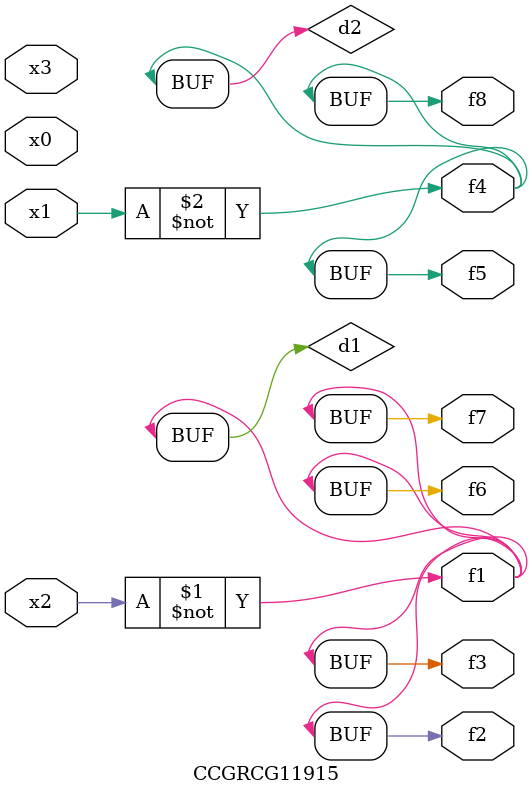
<source format=v>
module CCGRCG11915(
	input x0, x1, x2, x3,
	output f1, f2, f3, f4, f5, f6, f7, f8
);

	wire d1, d2;

	xnor (d1, x2);
	not (d2, x1);
	assign f1 = d1;
	assign f2 = d1;
	assign f3 = d1;
	assign f4 = d2;
	assign f5 = d2;
	assign f6 = d1;
	assign f7 = d1;
	assign f8 = d2;
endmodule

</source>
